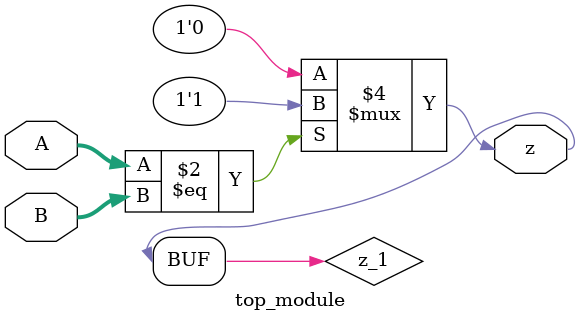
<source format=v>
module top_module ( input [1:0] A, input [1:0] B, output z ); 
    reg z_1;
    assign z = z_1;
    always @(*) begin
        if (A==B) begin
            z_1=1;
        end
        else begin
            z_1=0;
        end
    end
endmodule


</source>
